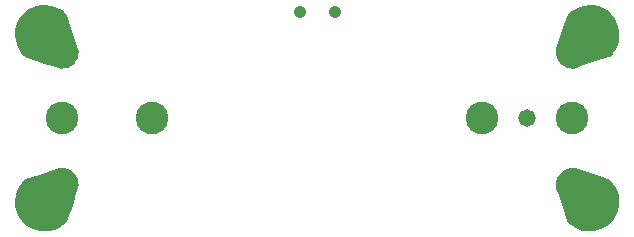
<source format=gbr>
G04 EAGLE Gerber RS-274X export*
G75*
%MOMM*%
%FSLAX34Y34*%
%LPD*%
%INSoldermask Bottom*%
%IPPOS*%
%AMOC8*
5,1,8,0,0,1.08239X$1,22.5*%
G01*
%ADD10C,2.755900*%
%ADD11C,4.013200*%
%ADD12C,1.053200*%
%ADD13C,1.473200*%

G36*
X233955Y-95601D02*
X233955Y-95601D01*
X234047Y-95583D01*
X234113Y-95581D01*
X237975Y-94778D01*
X238063Y-94746D01*
X238128Y-94733D01*
X241818Y-93336D01*
X241900Y-93291D01*
X241962Y-93268D01*
X245387Y-91311D01*
X245461Y-91254D01*
X245519Y-91221D01*
X248596Y-88752D01*
X248689Y-88653D01*
X248748Y-88602D01*
X251189Y-85605D01*
X251238Y-85525D01*
X251280Y-85474D01*
X253223Y-82132D01*
X253258Y-82047D01*
X253278Y-82016D01*
X253281Y-82007D01*
X253292Y-81988D01*
X254688Y-78383D01*
X254710Y-78292D01*
X254734Y-78231D01*
X255549Y-74452D01*
X255556Y-74358D01*
X255571Y-74294D01*
X255785Y-70434D01*
X255777Y-70341D01*
X255781Y-70274D01*
X255389Y-66429D01*
X255366Y-66338D01*
X255360Y-66272D01*
X254371Y-62535D01*
X254335Y-62449D01*
X254318Y-62384D01*
X252757Y-58848D01*
X252707Y-58768D01*
X252681Y-58708D01*
X250585Y-55459D01*
X250524Y-55388D01*
X250489Y-55332D01*
X247911Y-52451D01*
X247867Y-52415D01*
X247830Y-52371D01*
X247776Y-52336D01*
X247758Y-52320D01*
X247750Y-52316D01*
X247694Y-52268D01*
X247604Y-52228D01*
X247546Y-52192D01*
X239712Y-48916D01*
X239671Y-48905D01*
X239642Y-48890D01*
X231587Y-46200D01*
X231546Y-46193D01*
X231515Y-46179D01*
X223396Y-44119D01*
X221417Y-43103D01*
X221349Y-43079D01*
X221298Y-43053D01*
X221280Y-43050D01*
X221248Y-43035D01*
X219010Y-42357D01*
X218901Y-42340D01*
X218831Y-42320D01*
X216507Y-42053D01*
X216397Y-42056D01*
X216325Y-42048D01*
X213991Y-42202D01*
X213883Y-42224D01*
X213810Y-42230D01*
X211542Y-42799D01*
X211440Y-42840D01*
X211369Y-42859D01*
X209239Y-43824D01*
X209146Y-43883D01*
X209080Y-43914D01*
X207157Y-45246D01*
X207076Y-45320D01*
X207017Y-45363D01*
X205363Y-47017D01*
X205297Y-47104D01*
X205246Y-47157D01*
X203914Y-49080D01*
X203865Y-49178D01*
X203824Y-49239D01*
X202859Y-51369D01*
X202828Y-51475D01*
X202799Y-51542D01*
X202230Y-53810D01*
X202219Y-53920D01*
X202202Y-53991D01*
X202048Y-56325D01*
X202057Y-56434D01*
X202053Y-56507D01*
X202320Y-58831D01*
X202347Y-58937D01*
X202357Y-59010D01*
X203035Y-61248D01*
X203081Y-61348D01*
X203103Y-61417D01*
X204140Y-63438D01*
X208266Y-75102D01*
X211440Y-87131D01*
X211487Y-87244D01*
X211531Y-87359D01*
X211542Y-87373D01*
X211550Y-87393D01*
X211729Y-87614D01*
X211735Y-87618D01*
X211739Y-87623D01*
X214659Y-90276D01*
X214736Y-90328D01*
X214785Y-90373D01*
X218084Y-92536D01*
X218169Y-92576D01*
X218224Y-92613D01*
X221821Y-94234D01*
X221910Y-94260D01*
X221971Y-94287D01*
X225777Y-95325D01*
X225869Y-95337D01*
X225933Y-95355D01*
X229855Y-95785D01*
X229948Y-95782D01*
X230014Y-95790D01*
X233955Y-95601D01*
G37*
G36*
X-213991Y42202D02*
X-213991Y42202D01*
X-213883Y42224D01*
X-213810Y42230D01*
X-211542Y42799D01*
X-211440Y42840D01*
X-211369Y42859D01*
X-209239Y43824D01*
X-209146Y43883D01*
X-209080Y43914D01*
X-207157Y45246D01*
X-207076Y45320D01*
X-207017Y45363D01*
X-205363Y47017D01*
X-205297Y47104D01*
X-205246Y47157D01*
X-203914Y49080D01*
X-203865Y49178D01*
X-203824Y49239D01*
X-202859Y51369D01*
X-202828Y51475D01*
X-202799Y51542D01*
X-202230Y53810D01*
X-202219Y53920D01*
X-202202Y53991D01*
X-202048Y56325D01*
X-202057Y56434D01*
X-202053Y56507D01*
X-202320Y58831D01*
X-202347Y58937D01*
X-202357Y59010D01*
X-203035Y61248D01*
X-203081Y61348D01*
X-203103Y61417D01*
X-204140Y63438D01*
X-208266Y75102D01*
X-211440Y87131D01*
X-211487Y87244D01*
X-211531Y87359D01*
X-211542Y87373D01*
X-211550Y87393D01*
X-211729Y87614D01*
X-211735Y87618D01*
X-211739Y87623D01*
X-214659Y90276D01*
X-214736Y90328D01*
X-214785Y90373D01*
X-218084Y92536D01*
X-218169Y92576D01*
X-218224Y92613D01*
X-221821Y94234D01*
X-221910Y94260D01*
X-221971Y94287D01*
X-225777Y95325D01*
X-225869Y95337D01*
X-225933Y95355D01*
X-229855Y95785D01*
X-229948Y95782D01*
X-230014Y95790D01*
X-233955Y95601D01*
X-234047Y95583D01*
X-234113Y95581D01*
X-237975Y94778D01*
X-238063Y94746D01*
X-238128Y94733D01*
X-241818Y93336D01*
X-241900Y93291D01*
X-241962Y93268D01*
X-245387Y91311D01*
X-245461Y91254D01*
X-245519Y91221D01*
X-248596Y88752D01*
X-248689Y88653D01*
X-248748Y88602D01*
X-251189Y85605D01*
X-251238Y85525D01*
X-251280Y85474D01*
X-253223Y82132D01*
X-253236Y82100D01*
X-253250Y82080D01*
X-253263Y82037D01*
X-253292Y81988D01*
X-254688Y78383D01*
X-254710Y78292D01*
X-254734Y78231D01*
X-255549Y74452D01*
X-255556Y74358D01*
X-255571Y74294D01*
X-255785Y70434D01*
X-255777Y70341D01*
X-255781Y70274D01*
X-255389Y66429D01*
X-255366Y66338D01*
X-255360Y66272D01*
X-254371Y62535D01*
X-254335Y62449D01*
X-254318Y62384D01*
X-252757Y58848D01*
X-252707Y58768D01*
X-252681Y58708D01*
X-250585Y55459D01*
X-250524Y55388D01*
X-250489Y55332D01*
X-247911Y52451D01*
X-247867Y52415D01*
X-247830Y52371D01*
X-247771Y52333D01*
X-247694Y52268D01*
X-247604Y52228D01*
X-247546Y52192D01*
X-239712Y48916D01*
X-239671Y48905D01*
X-239642Y48890D01*
X-231587Y46200D01*
X-231546Y46193D01*
X-231515Y46179D01*
X-223396Y44119D01*
X-221417Y43103D01*
X-221314Y43067D01*
X-221248Y43035D01*
X-219010Y42357D01*
X-218901Y42340D01*
X-218831Y42320D01*
X-216507Y42053D01*
X-216397Y42056D01*
X-216325Y42048D01*
X-213991Y42202D01*
G37*
G36*
X216434Y42057D02*
X216434Y42057D01*
X216507Y42053D01*
X218831Y42320D01*
X218937Y42347D01*
X219010Y42357D01*
X221248Y43035D01*
X221348Y43081D01*
X221417Y43103D01*
X223438Y44140D01*
X235102Y48266D01*
X247131Y51440D01*
X247244Y51487D01*
X247359Y51531D01*
X247373Y51542D01*
X247393Y51550D01*
X247614Y51729D01*
X247618Y51735D01*
X247623Y51739D01*
X250276Y54659D01*
X250328Y54736D01*
X250373Y54785D01*
X252536Y58084D01*
X252576Y58169D01*
X252613Y58224D01*
X254234Y61821D01*
X254260Y61910D01*
X254287Y61971D01*
X255325Y65777D01*
X255337Y65869D01*
X255355Y65933D01*
X255785Y69855D01*
X255782Y69948D01*
X255790Y70014D01*
X255601Y73955D01*
X255583Y74047D01*
X255581Y74113D01*
X254778Y77975D01*
X254746Y78063D01*
X254733Y78128D01*
X253336Y81818D01*
X253291Y81900D01*
X253268Y81962D01*
X251311Y85387D01*
X251254Y85461D01*
X251221Y85519D01*
X248752Y88596D01*
X248653Y88689D01*
X248602Y88748D01*
X245605Y91189D01*
X245525Y91238D01*
X245474Y91280D01*
X242132Y93223D01*
X242045Y93258D01*
X241988Y93292D01*
X238383Y94688D01*
X238292Y94710D01*
X238231Y94734D01*
X234452Y95549D01*
X234358Y95556D01*
X234294Y95571D01*
X230434Y95785D01*
X230341Y95777D01*
X230274Y95781D01*
X226429Y95389D01*
X226338Y95366D01*
X226272Y95360D01*
X222535Y94371D01*
X222449Y94335D01*
X222384Y94318D01*
X218848Y92757D01*
X218768Y92707D01*
X218708Y92681D01*
X215459Y90585D01*
X215388Y90524D01*
X215332Y90489D01*
X212451Y87911D01*
X212415Y87867D01*
X212371Y87830D01*
X212333Y87771D01*
X212268Y87694D01*
X212228Y87604D01*
X212192Y87546D01*
X208916Y79712D01*
X208905Y79671D01*
X208890Y79642D01*
X206200Y71587D01*
X206193Y71546D01*
X206179Y71515D01*
X204119Y63396D01*
X203103Y61417D01*
X203067Y61314D01*
X203035Y61248D01*
X202357Y59010D01*
X202340Y58901D01*
X202320Y58831D01*
X202053Y56507D01*
X202056Y56397D01*
X202048Y56325D01*
X202202Y53991D01*
X202224Y53883D01*
X202230Y53810D01*
X202799Y51542D01*
X202840Y51440D01*
X202859Y51369D01*
X203824Y49239D01*
X203883Y49146D01*
X203914Y49080D01*
X205246Y47157D01*
X205320Y47076D01*
X205363Y47017D01*
X207017Y45363D01*
X207095Y45304D01*
X207124Y45277D01*
X207126Y45276D01*
X207157Y45246D01*
X209080Y43914D01*
X209178Y43865D01*
X209239Y43824D01*
X211369Y42859D01*
X211475Y42828D01*
X211542Y42799D01*
X213810Y42230D01*
X213920Y42219D01*
X213991Y42202D01*
X216325Y42048D01*
X216434Y42057D01*
G37*
G36*
X-230341Y-95777D02*
X-230341Y-95777D01*
X-230274Y-95781D01*
X-226429Y-95389D01*
X-226338Y-95366D01*
X-226272Y-95360D01*
X-222535Y-94371D01*
X-222449Y-94335D01*
X-222384Y-94318D01*
X-218848Y-92757D01*
X-218768Y-92707D01*
X-218708Y-92681D01*
X-215459Y-90585D01*
X-215388Y-90524D01*
X-215332Y-90489D01*
X-212451Y-87911D01*
X-212415Y-87867D01*
X-212371Y-87830D01*
X-212333Y-87771D01*
X-212268Y-87694D01*
X-212228Y-87604D01*
X-212192Y-87546D01*
X-208916Y-79712D01*
X-208905Y-79671D01*
X-208890Y-79642D01*
X-206200Y-71587D01*
X-206193Y-71546D01*
X-206179Y-71515D01*
X-204119Y-63396D01*
X-203103Y-61417D01*
X-203067Y-61314D01*
X-203035Y-61248D01*
X-202357Y-59010D01*
X-202340Y-58901D01*
X-202320Y-58831D01*
X-202053Y-56507D01*
X-202056Y-56397D01*
X-202048Y-56325D01*
X-202202Y-53991D01*
X-202224Y-53883D01*
X-202230Y-53810D01*
X-202799Y-51542D01*
X-202840Y-51440D01*
X-202859Y-51369D01*
X-203824Y-49239D01*
X-203883Y-49146D01*
X-203914Y-49080D01*
X-205246Y-47157D01*
X-205320Y-47076D01*
X-205363Y-47017D01*
X-207017Y-45363D01*
X-207104Y-45297D01*
X-207157Y-45246D01*
X-209080Y-43914D01*
X-209178Y-43865D01*
X-209239Y-43824D01*
X-211369Y-42859D01*
X-211475Y-42828D01*
X-211542Y-42799D01*
X-213810Y-42230D01*
X-213920Y-42219D01*
X-213991Y-42202D01*
X-216325Y-42048D01*
X-216434Y-42057D01*
X-216507Y-42053D01*
X-218831Y-42320D01*
X-218937Y-42347D01*
X-219010Y-42357D01*
X-221248Y-43035D01*
X-221348Y-43081D01*
X-221417Y-43103D01*
X-223438Y-44140D01*
X-235102Y-48266D01*
X-247131Y-51440D01*
X-247244Y-51487D01*
X-247359Y-51531D01*
X-247373Y-51542D01*
X-247393Y-51550D01*
X-247614Y-51729D01*
X-247618Y-51735D01*
X-247623Y-51739D01*
X-250276Y-54659D01*
X-250328Y-54736D01*
X-250373Y-54785D01*
X-252536Y-58084D01*
X-252576Y-58169D01*
X-252613Y-58224D01*
X-254234Y-61821D01*
X-254260Y-61910D01*
X-254287Y-61971D01*
X-255325Y-65777D01*
X-255337Y-65869D01*
X-255355Y-65933D01*
X-255785Y-69855D01*
X-255782Y-69948D01*
X-255790Y-70014D01*
X-255601Y-73955D01*
X-255583Y-74047D01*
X-255581Y-74113D01*
X-254778Y-77975D01*
X-254746Y-78063D01*
X-254733Y-78128D01*
X-253336Y-81818D01*
X-253291Y-81900D01*
X-253268Y-81962D01*
X-251311Y-85387D01*
X-251254Y-85461D01*
X-251221Y-85519D01*
X-248752Y-88596D01*
X-248653Y-88689D01*
X-248602Y-88748D01*
X-245605Y-91189D01*
X-245525Y-91238D01*
X-245474Y-91280D01*
X-242132Y-93223D01*
X-242045Y-93258D01*
X-241988Y-93292D01*
X-238383Y-94688D01*
X-238295Y-94709D01*
X-238282Y-94716D01*
X-238274Y-94717D01*
X-238231Y-94734D01*
X-234452Y-95549D01*
X-234358Y-95556D01*
X-234294Y-95571D01*
X-230434Y-95785D01*
X-230341Y-95777D01*
G37*
D10*
X139700Y0D03*
X215900Y0D03*
X-139700Y0D03*
X-215900Y0D03*
D11*
X230000Y-70000D03*
X-230000Y70000D03*
X230000Y70000D03*
X-230000Y-70000D03*
D12*
X-15000Y90000D03*
X15000Y90000D03*
D13*
X177800Y0D03*
M02*

</source>
